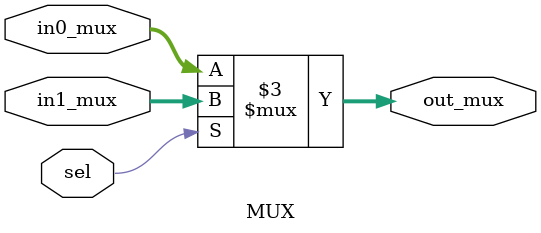
<source format=v>
module MUX #(parameter MUX_size = 32) (
    output reg  [MUX_size-1:0] out_mux,
    input  wire [MUX_size-1:0] in1_mux,in0_mux,
    input  wire                sel
);
    always @(*) begin
        if (sel) begin
        out_mux = in1_mux;
        end
        else out_mux = in0_mux;
    end
endmodule
</source>
